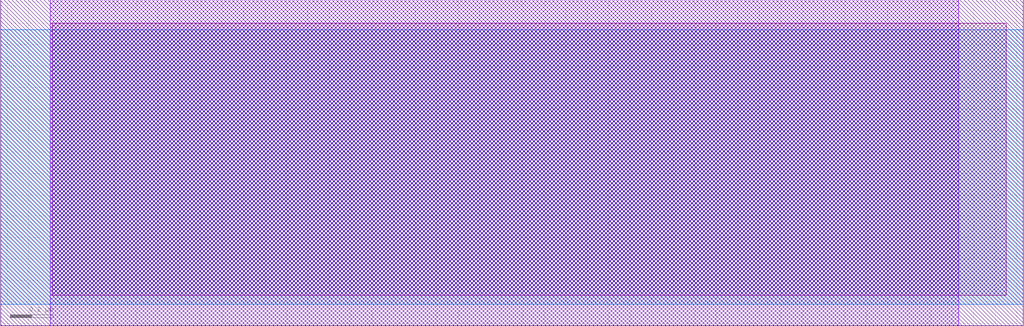
<source format=lef>
VERSION 5.7 ;
  NOWIREEXTENSIONATPIN ON ;
  DIVIDERCHAR "/" ;
  BUSBITCHARS "[]" ;
UNITS
  DATABASE MICRONS 200 ;
END UNITS

LAYER via2
  TYPE CUT ;
END via2

LAYER via
  TYPE CUT ;
END via

LAYER nwell
  TYPE MASTERSLICE ;
END nwell

LAYER via3
  TYPE CUT ;
END via3

LAYER pwell
  TYPE MASTERSLICE ;
END pwell

LAYER via4
  TYPE CUT ;
END via4

LAYER mcon
  TYPE CUT ;
END mcon

LAYER met6
  TYPE ROUTING ;
  WIDTH 0.030000 ;
  SPACING 0.040000 ;
  DIRECTION HORIZONTAL ;
END met6

LAYER met1
  TYPE ROUTING ;
  WIDTH 0.140000 ;
  SPACING 0.140000 ;
  DIRECTION HORIZONTAL ;
END met1

LAYER met3
  TYPE ROUTING ;
  WIDTH 0.300000 ;
  SPACING 0.300000 ;
  DIRECTION HORIZONTAL ;
END met3

LAYER met2
  TYPE ROUTING ;
  WIDTH 0.140000 ;
  SPACING 0.140000 ;
  DIRECTION HORIZONTAL ;
END met2

LAYER met4
  TYPE ROUTING ;
  WIDTH 0.300000 ;
  SPACING 0.300000 ;
  DIRECTION HORIZONTAL ;
END met4

LAYER met5
  TYPE ROUTING ;
  WIDTH 1.600000 ;
  SPACING 1.600000 ;
  DIRECTION HORIZONTAL ;
END met5

LAYER li1
  TYPE ROUTING ;
  WIDTH 0.170000 ;
  SPACING 0.170000 ;
  DIRECTION HORIZONTAL ;
END li1

MACRO sky130_hilas_TgateSingle01
  CLASS BLOCK ;
  FOREIGN sky130_hilas_TgateSingle01 ;
  ORIGIN 2.630 1.810 ;
  SIZE 4.760 BY 1.520 ;
  OBS
      LAYER li1 ;
        RECT -2.390 -1.670 2.050 -0.400 ;
      LAYER met1 ;
        RECT -2.400 -1.810 1.830 -0.290 ;
      LAYER met2 ;
        RECT -2.630 -1.710 2.130 -0.430 ;
  END
END sky130_hilas_TgateSingle01
END LIBRARY


</source>
